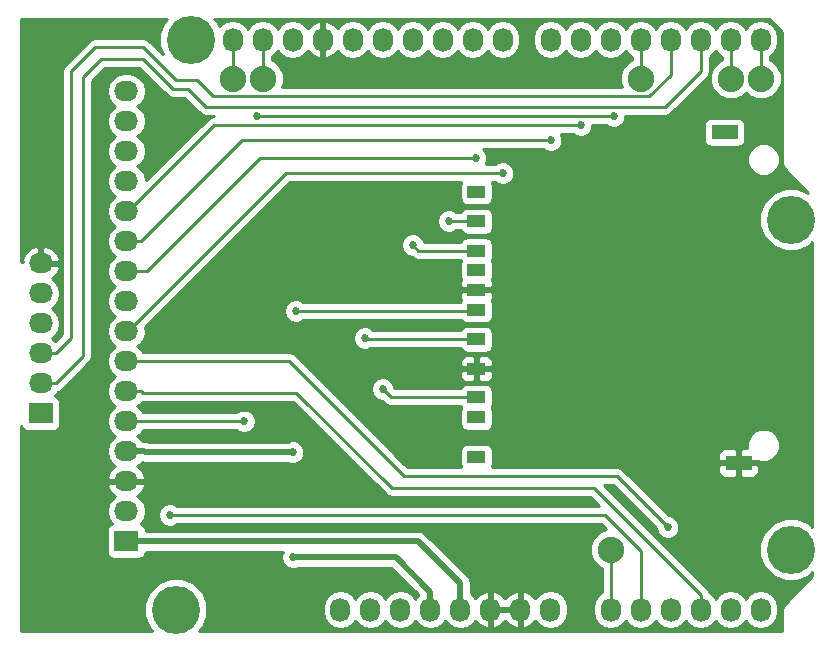
<source format=gtl>
G04 #@! TF.FileFunction,Copper,L1,Top,Signal*
%FSLAX46Y46*%
G04 Gerber Fmt 4.6, Leading zero omitted, Abs format (unit mm)*
G04 Created by KiCad (PCBNEW 4.0.1-3.201512221402+6198~38~ubuntu14.04.1-stable) date Tue 03 May 2016 12:22:43 PM PDT*
%MOMM*%
G01*
G04 APERTURE LIST*
%ADD10C,0.100000*%
%ADD11O,1.727200X2.032000*%
%ADD12C,1.727200*%
%ADD13C,4.064000*%
%ADD14R,1.500000X1.000000*%
%ADD15R,2.200000X1.200000*%
%ADD16R,2.032000X1.727200*%
%ADD17O,2.032000X1.727200*%
%ADD18C,2.235200*%
%ADD19C,0.685800*%
%ADD20C,0.508000*%
%ADD21C,0.254000*%
G04 APERTURE END LIST*
D10*
D11*
X138887200Y-123825000D03*
X141427200Y-123825000D03*
X143967200Y-123825000D03*
X146507200Y-123825000D03*
X149047200Y-123825000D03*
X151587200Y-123825000D03*
X154127200Y-123825000D03*
X156667200Y-123825000D03*
X161772600Y-123825000D03*
X164312600Y-123825000D03*
X166852600Y-123825000D03*
X174472600Y-123825000D03*
X171932600Y-123825000D03*
X169392600Y-123825000D03*
X171932600Y-75565000D03*
X174472600Y-75565000D03*
X161772600Y-75565000D03*
X164312600Y-75565000D03*
X159232600Y-75565000D03*
X156692600Y-75565000D03*
X166852600Y-75565000D03*
X169392600Y-75565000D03*
X139928600Y-75565000D03*
X142468600Y-75565000D03*
X145008600Y-75565000D03*
X152628600Y-75565000D03*
X150088600Y-75565000D03*
X147548600Y-75565000D03*
X134848600Y-75565000D03*
X137388600Y-75565000D03*
X129768600Y-75565000D03*
X132308600Y-75565000D03*
D12*
X126187200Y-75615800D03*
D13*
X124968000Y-123825000D03*
X177038000Y-118745000D03*
X126238000Y-75565000D03*
X177038000Y-90805000D03*
D14*
X150418800Y-90939600D03*
X150418800Y-93439600D03*
X150418800Y-96739600D03*
X150418800Y-98439600D03*
X150418800Y-100939600D03*
X150418800Y-103439600D03*
X150418800Y-105864600D03*
X150418800Y-107564600D03*
X150418800Y-88439600D03*
X150418800Y-95089600D03*
X150418800Y-110914600D03*
D15*
X171418800Y-83414600D03*
X172618800Y-111414600D03*
D16*
X120777000Y-118033800D03*
D17*
X120777000Y-115493800D03*
X120777000Y-112953800D03*
X120777000Y-110413800D03*
X120777000Y-107873800D03*
X120777000Y-105333800D03*
X120777000Y-102793800D03*
X120777000Y-100253800D03*
X120777000Y-97713800D03*
X120777000Y-95173800D03*
X120777000Y-92633800D03*
X120777000Y-90093800D03*
X120777000Y-87553800D03*
X120777000Y-85013800D03*
X120777000Y-82473800D03*
X120777000Y-79933800D03*
D16*
X113512600Y-107213400D03*
D17*
X113512600Y-104673400D03*
X113512600Y-102133400D03*
X113512600Y-99593400D03*
X113512600Y-97053400D03*
X113512600Y-94513400D03*
D18*
X174498000Y-78867000D03*
X161798000Y-118745000D03*
X171958000Y-78867000D03*
X132334000Y-78867000D03*
X164338000Y-78867000D03*
X129794000Y-78867000D03*
D19*
X134874000Y-119380000D03*
X134874000Y-110490000D03*
X135128000Y-98552000D03*
X148082000Y-90932000D03*
X145034000Y-92964000D03*
X140970000Y-100838000D03*
X142494000Y-105156000D03*
X162052000Y-82042000D03*
X131826000Y-82042000D03*
X130733800Y-107873800D03*
X166624000Y-116840000D03*
X152654000Y-86868000D03*
X124460000Y-115824000D03*
X150368000Y-85598000D03*
X156718000Y-84074000D03*
X159258000Y-82804000D03*
D20*
X146507200Y-123825000D02*
X146507200Y-122301000D01*
X146507200Y-122301000D02*
X143586200Y-119380000D01*
X143586200Y-119380000D02*
X143256000Y-119380000D01*
X146507200Y-123672600D02*
X146507200Y-123825000D01*
X134874000Y-119380000D02*
X143256000Y-119380000D01*
X122377200Y-110490000D02*
X134874000Y-110490000D01*
X120777000Y-110413800D02*
X122301000Y-110413800D01*
X122301000Y-110413800D02*
X122377200Y-110490000D01*
D21*
X135128000Y-98552000D02*
X150306400Y-98552000D01*
X150306400Y-98552000D02*
X150418800Y-98439600D01*
X132334000Y-78867000D02*
X132334000Y-75590400D01*
X132334000Y-75590400D02*
X132308600Y-75565000D01*
X129794000Y-78867000D02*
X129794000Y-75590400D01*
X129794000Y-75590400D02*
X129768600Y-75565000D01*
X149407200Y-90932000D02*
X148082000Y-90932000D01*
X150418800Y-90939600D02*
X149414800Y-90939600D01*
X149414800Y-90939600D02*
X149407200Y-90932000D01*
X145034000Y-92964000D02*
X145509600Y-93439600D01*
X145509600Y-93439600D02*
X150418800Y-93439600D01*
X141122400Y-100939600D02*
X141020800Y-100838000D01*
X141020800Y-100838000D02*
X140970000Y-100838000D01*
X150418800Y-100939600D02*
X141122400Y-100939600D01*
X143202600Y-105864600D02*
X142494000Y-105156000D01*
X150418800Y-105864600D02*
X143202600Y-105864600D01*
D20*
X120777000Y-118033800D02*
X145465800Y-118033800D01*
X145465800Y-118033800D02*
X149047200Y-121615200D01*
X149047200Y-121615200D02*
X149047200Y-123825000D01*
D21*
X131826000Y-82042000D02*
X162052000Y-82042000D01*
X120777000Y-107873800D02*
X130733800Y-107873800D01*
X169392600Y-123825000D02*
X169392600Y-122555000D01*
X169392600Y-122555000D02*
X160375600Y-113538000D01*
X160375600Y-113538000D02*
X143256000Y-113538000D01*
X143256000Y-113538000D02*
X135178810Y-105460810D01*
X122174010Y-105460810D02*
X122047000Y-105333800D01*
X135178810Y-105460810D02*
X122174010Y-105460810D01*
X122047000Y-105333800D02*
X120777000Y-105333800D01*
X162306000Y-112522000D02*
X166624000Y-116840000D01*
X161544000Y-112522000D02*
X162306000Y-112522000D01*
X144272000Y-112522000D02*
X161544000Y-112522000D01*
X143764000Y-112014000D02*
X144272000Y-112522000D01*
X134543800Y-102793800D02*
X143764000Y-112014000D01*
X120777000Y-102793800D02*
X134543800Y-102793800D01*
X134315200Y-86868000D02*
X152654000Y-86868000D01*
X120777000Y-100253800D02*
X120929400Y-100253800D01*
X120929400Y-100253800D02*
X134315200Y-86868000D01*
X164312600Y-123825000D02*
X164312600Y-119761000D01*
X164312600Y-119761000D02*
X164312600Y-119608600D01*
X124460000Y-115824000D02*
X161290000Y-115824000D01*
X161290000Y-115824000D02*
X164312600Y-118846600D01*
X164312600Y-118846600D02*
X164312600Y-119761000D01*
X132080000Y-85598000D02*
X150368000Y-85598000D01*
X122504200Y-95173800D02*
X132080000Y-85598000D01*
X120777000Y-95173800D02*
X122504200Y-95173800D01*
X130606800Y-84074000D02*
X156718000Y-84074000D01*
X120777000Y-92633800D02*
X122047000Y-92633800D01*
X122047000Y-92633800D02*
X130606800Y-84074000D01*
X128219200Y-82804000D02*
X159258000Y-82804000D01*
X120777000Y-90093800D02*
X120929400Y-90093800D01*
X120929400Y-90093800D02*
X128219200Y-82804000D01*
X113512600Y-104673400D02*
X114782600Y-104673400D01*
X114782600Y-104673400D02*
X117094000Y-102362000D01*
X124714000Y-79756000D02*
X125984000Y-79756000D01*
X117094000Y-102362000D02*
X117094000Y-78740000D01*
X125984000Y-79756000D02*
X127508000Y-81280000D01*
X117094000Y-78740000D02*
X118618000Y-77216000D01*
X166370000Y-81280000D02*
X169392600Y-78257400D01*
X118618000Y-77216000D02*
X122174000Y-77216000D01*
X122174000Y-77216000D02*
X124714000Y-79756000D01*
X169392600Y-78257400D02*
X169392600Y-75565000D01*
X127508000Y-81280000D02*
X166370000Y-81280000D01*
X113512600Y-102133400D02*
X114782600Y-102133400D01*
X122174000Y-76200000D02*
X124968000Y-78994000D01*
X114782600Y-102133400D02*
X116078000Y-100838000D01*
X116078000Y-78232000D02*
X118110000Y-76200000D01*
X116078000Y-100838000D02*
X116078000Y-78232000D01*
X118110000Y-76200000D02*
X122174000Y-76200000D01*
X124968000Y-78994000D02*
X126746000Y-78994000D01*
X126746000Y-78994000D02*
X128117601Y-80365601D01*
X128117601Y-80365601D02*
X165057329Y-80365601D01*
X166852600Y-78570330D02*
X166852600Y-76835000D01*
X165057329Y-80365601D02*
X166852600Y-78570330D01*
X166852600Y-76835000D02*
X166852600Y-75565000D01*
X161798000Y-121031000D02*
X161798000Y-123799600D01*
X161798000Y-121031000D02*
X161798000Y-118745000D01*
X161798000Y-120777000D02*
X161798000Y-121031000D01*
X161798000Y-123799600D02*
X161772600Y-123825000D01*
X171958000Y-78867000D02*
X171958000Y-75590400D01*
X171958000Y-75590400D02*
X171932600Y-75565000D01*
X174498000Y-78867000D02*
X174498000Y-75590400D01*
X174498000Y-75590400D02*
X174472600Y-75565000D01*
X164338000Y-78867000D02*
X164338000Y-75590400D01*
X164338000Y-75590400D02*
X164312600Y-75565000D01*
G36*
X176328000Y-74907606D02*
X176328000Y-85979000D01*
X176382046Y-86250705D01*
X176403000Y-86282065D01*
X176403000Y-86360000D01*
X176413006Y-86409410D01*
X176440197Y-86449803D01*
X178525110Y-88534716D01*
X177570827Y-88138464D01*
X176509828Y-88137538D01*
X175529239Y-88542709D01*
X174778345Y-89292293D01*
X174371464Y-90272173D01*
X174370538Y-91333172D01*
X174775709Y-92313761D01*
X175525293Y-93064655D01*
X176505173Y-93471536D01*
X177566172Y-93472462D01*
X178546761Y-93067291D01*
X178868000Y-92746612D01*
X178868000Y-116803193D01*
X178550707Y-116485345D01*
X177570827Y-116078464D01*
X176509828Y-116077538D01*
X175529239Y-116482709D01*
X174778345Y-117232293D01*
X174371464Y-118212173D01*
X174370538Y-119273172D01*
X174775709Y-120253761D01*
X175525293Y-121004655D01*
X176505173Y-121411536D01*
X177566172Y-121412462D01*
X178546761Y-121007291D01*
X178868000Y-120686612D01*
X178868000Y-120990909D01*
X176535954Y-123322954D01*
X176382046Y-123553295D01*
X176328000Y-123825000D01*
X176328000Y-125603000D01*
X126961898Y-125603000D01*
X127227655Y-125337707D01*
X127634536Y-124357827D01*
X127635462Y-123296828D01*
X127230291Y-122316239D01*
X126480707Y-121565345D01*
X125500827Y-121158464D01*
X124439828Y-121157538D01*
X123459239Y-121562709D01*
X122708345Y-122312293D01*
X122301464Y-123292173D01*
X122300538Y-124353172D01*
X122705709Y-125333761D01*
X122974479Y-125603000D01*
X111887000Y-125603000D01*
X111887000Y-115493800D01*
X119093655Y-115493800D01*
X119207729Y-116067289D01*
X119532585Y-116553470D01*
X119546913Y-116563043D01*
X119525683Y-116567038D01*
X119309559Y-116706110D01*
X119164569Y-116918310D01*
X119113560Y-117170200D01*
X119113560Y-118897400D01*
X119157838Y-119132717D01*
X119296910Y-119348841D01*
X119509110Y-119493831D01*
X119761000Y-119544840D01*
X121793000Y-119544840D01*
X122028317Y-119500562D01*
X122244441Y-119361490D01*
X122389431Y-119149290D01*
X122435296Y-118922800D01*
X134004991Y-118922800D01*
X133896270Y-119184630D01*
X133895931Y-119573663D01*
X134044493Y-119933212D01*
X134319341Y-120208540D01*
X134678630Y-120357730D01*
X135067663Y-120358069D01*
X135283227Y-120269000D01*
X143217964Y-120269000D01*
X145496697Y-122547733D01*
X145447530Y-122580585D01*
X145237200Y-122895366D01*
X145026870Y-122580585D01*
X144540689Y-122255729D01*
X143967200Y-122141655D01*
X143393711Y-122255729D01*
X142907530Y-122580585D01*
X142697200Y-122895366D01*
X142486870Y-122580585D01*
X142000689Y-122255729D01*
X141427200Y-122141655D01*
X140853711Y-122255729D01*
X140367530Y-122580585D01*
X140157200Y-122895366D01*
X139946870Y-122580585D01*
X139460689Y-122255729D01*
X138887200Y-122141655D01*
X138313711Y-122255729D01*
X137827530Y-122580585D01*
X137502674Y-123066766D01*
X137388600Y-123640255D01*
X137388600Y-124009745D01*
X137502674Y-124583234D01*
X137827530Y-125069415D01*
X138313711Y-125394271D01*
X138887200Y-125508345D01*
X139460689Y-125394271D01*
X139946870Y-125069415D01*
X140157200Y-124754634D01*
X140367530Y-125069415D01*
X140853711Y-125394271D01*
X141427200Y-125508345D01*
X142000689Y-125394271D01*
X142486870Y-125069415D01*
X142697200Y-124754634D01*
X142907530Y-125069415D01*
X143393711Y-125394271D01*
X143967200Y-125508345D01*
X144540689Y-125394271D01*
X145026870Y-125069415D01*
X145237200Y-124754634D01*
X145447530Y-125069415D01*
X145933711Y-125394271D01*
X146507200Y-125508345D01*
X147080689Y-125394271D01*
X147566870Y-125069415D01*
X147777200Y-124754634D01*
X147987530Y-125069415D01*
X148473711Y-125394271D01*
X149047200Y-125508345D01*
X149620689Y-125394271D01*
X150106870Y-125069415D01*
X150313661Y-124759931D01*
X150685164Y-125175732D01*
X151212409Y-125429709D01*
X151228174Y-125432358D01*
X151460200Y-125311217D01*
X151460200Y-123952000D01*
X151714200Y-123952000D01*
X151714200Y-125311217D01*
X151946226Y-125432358D01*
X151961991Y-125429709D01*
X152489236Y-125175732D01*
X152857200Y-124763892D01*
X153225164Y-125175732D01*
X153752409Y-125429709D01*
X153768174Y-125432358D01*
X154000200Y-125311217D01*
X154000200Y-123952000D01*
X151714200Y-123952000D01*
X151460200Y-123952000D01*
X151440200Y-123952000D01*
X151440200Y-123698000D01*
X151460200Y-123698000D01*
X151460200Y-122338783D01*
X151714200Y-122338783D01*
X151714200Y-123698000D01*
X154000200Y-123698000D01*
X154000200Y-122338783D01*
X154254200Y-122338783D01*
X154254200Y-123698000D01*
X154274200Y-123698000D01*
X154274200Y-123952000D01*
X154254200Y-123952000D01*
X154254200Y-125311217D01*
X154486226Y-125432358D01*
X154501991Y-125429709D01*
X155029236Y-125175732D01*
X155400739Y-124759931D01*
X155607530Y-125069415D01*
X156093711Y-125394271D01*
X156667200Y-125508345D01*
X157240689Y-125394271D01*
X157726870Y-125069415D01*
X158051726Y-124583234D01*
X158165800Y-124009745D01*
X158165800Y-123640255D01*
X158051726Y-123066766D01*
X157726870Y-122580585D01*
X157240689Y-122255729D01*
X156667200Y-122141655D01*
X156093711Y-122255729D01*
X155607530Y-122580585D01*
X155400739Y-122890069D01*
X155029236Y-122474268D01*
X154501991Y-122220291D01*
X154486226Y-122217642D01*
X154254200Y-122338783D01*
X154000200Y-122338783D01*
X153768174Y-122217642D01*
X153752409Y-122220291D01*
X153225164Y-122474268D01*
X152857200Y-122886108D01*
X152489236Y-122474268D01*
X151961991Y-122220291D01*
X151946226Y-122217642D01*
X151714200Y-122338783D01*
X151460200Y-122338783D01*
X151228174Y-122217642D01*
X151212409Y-122220291D01*
X150685164Y-122474268D01*
X150313661Y-122890069D01*
X150106870Y-122580585D01*
X149936200Y-122466547D01*
X149936200Y-121615200D01*
X149868529Y-121274994D01*
X149675818Y-120986582D01*
X146094418Y-117405182D01*
X145877265Y-117260085D01*
X145806006Y-117212471D01*
X145465800Y-117144800D01*
X122435661Y-117144800D01*
X122396162Y-116934883D01*
X122257090Y-116718759D01*
X122044890Y-116573769D01*
X122003561Y-116565400D01*
X122021415Y-116553470D01*
X122346271Y-116067289D01*
X122460345Y-115493800D01*
X122346271Y-114920311D01*
X122021415Y-114434130D01*
X121711931Y-114227339D01*
X122127732Y-113855836D01*
X122381709Y-113328591D01*
X122384358Y-113312826D01*
X122263217Y-113080800D01*
X120904000Y-113080800D01*
X120904000Y-113100800D01*
X120650000Y-113100800D01*
X120650000Y-113080800D01*
X119290783Y-113080800D01*
X119169642Y-113312826D01*
X119172291Y-113328591D01*
X119426268Y-113855836D01*
X119842069Y-114227339D01*
X119532585Y-114434130D01*
X119207729Y-114920311D01*
X119093655Y-115493800D01*
X111887000Y-115493800D01*
X111887000Y-108278102D01*
X111893438Y-108312317D01*
X112032510Y-108528441D01*
X112244710Y-108673431D01*
X112496600Y-108724440D01*
X114528600Y-108724440D01*
X114763917Y-108680162D01*
X114980041Y-108541090D01*
X115125031Y-108328890D01*
X115176040Y-108077000D01*
X115176040Y-106349800D01*
X115131762Y-106114483D01*
X114992690Y-105898359D01*
X114780490Y-105753369D01*
X114739161Y-105745000D01*
X114757015Y-105733070D01*
X114982477Y-105395642D01*
X115074205Y-105377396D01*
X115321415Y-105212215D01*
X117632815Y-102900816D01*
X117797996Y-102653605D01*
X117843467Y-102425005D01*
X117856000Y-102362000D01*
X117856000Y-79055630D01*
X118933631Y-77978000D01*
X121858370Y-77978000D01*
X124175184Y-80294815D01*
X124281123Y-80365601D01*
X124422395Y-80459996D01*
X124714000Y-80518000D01*
X125668370Y-80518000D01*
X126969184Y-81818815D01*
X127202173Y-81974493D01*
X127216395Y-81983996D01*
X127508000Y-82042000D01*
X128219200Y-82042000D01*
X127927595Y-82100004D01*
X127760823Y-82211438D01*
X127680385Y-82265185D01*
X122448968Y-87496602D01*
X122346271Y-86980311D01*
X122021415Y-86494130D01*
X121706634Y-86283800D01*
X122021415Y-86073470D01*
X122346271Y-85587289D01*
X122460345Y-85013800D01*
X122346271Y-84440311D01*
X122021415Y-83954130D01*
X121706634Y-83743800D01*
X122021415Y-83533470D01*
X122346271Y-83047289D01*
X122460345Y-82473800D01*
X122346271Y-81900311D01*
X122021415Y-81414130D01*
X121706634Y-81203800D01*
X122021415Y-80993470D01*
X122346271Y-80507289D01*
X122460345Y-79933800D01*
X122346271Y-79360311D01*
X122021415Y-78874130D01*
X121535234Y-78549274D01*
X120961745Y-78435200D01*
X120592255Y-78435200D01*
X120018766Y-78549274D01*
X119532585Y-78874130D01*
X119207729Y-79360311D01*
X119093655Y-79933800D01*
X119207729Y-80507289D01*
X119532585Y-80993470D01*
X119847366Y-81203800D01*
X119532585Y-81414130D01*
X119207729Y-81900311D01*
X119093655Y-82473800D01*
X119207729Y-83047289D01*
X119532585Y-83533470D01*
X119847366Y-83743800D01*
X119532585Y-83954130D01*
X119207729Y-84440311D01*
X119093655Y-85013800D01*
X119207729Y-85587289D01*
X119532585Y-86073470D01*
X119847366Y-86283800D01*
X119532585Y-86494130D01*
X119207729Y-86980311D01*
X119093655Y-87553800D01*
X119207729Y-88127289D01*
X119532585Y-88613470D01*
X119847366Y-88823800D01*
X119532585Y-89034130D01*
X119207729Y-89520311D01*
X119093655Y-90093800D01*
X119207729Y-90667289D01*
X119532585Y-91153470D01*
X119847366Y-91363800D01*
X119532585Y-91574130D01*
X119207729Y-92060311D01*
X119093655Y-92633800D01*
X119207729Y-93207289D01*
X119532585Y-93693470D01*
X119847366Y-93903800D01*
X119532585Y-94114130D01*
X119207729Y-94600311D01*
X119093655Y-95173800D01*
X119207729Y-95747289D01*
X119532585Y-96233470D01*
X119847366Y-96443800D01*
X119532585Y-96654130D01*
X119207729Y-97140311D01*
X119093655Y-97713800D01*
X119207729Y-98287289D01*
X119532585Y-98773470D01*
X119847366Y-98983800D01*
X119532585Y-99194130D01*
X119207729Y-99680311D01*
X119093655Y-100253800D01*
X119207729Y-100827289D01*
X119532585Y-101313470D01*
X119847366Y-101523800D01*
X119532585Y-101734130D01*
X119207729Y-102220311D01*
X119093655Y-102793800D01*
X119207729Y-103367289D01*
X119532585Y-103853470D01*
X119847366Y-104063800D01*
X119532585Y-104274130D01*
X119207729Y-104760311D01*
X119093655Y-105333800D01*
X119207729Y-105907289D01*
X119532585Y-106393470D01*
X119847366Y-106603800D01*
X119532585Y-106814130D01*
X119207729Y-107300311D01*
X119093655Y-107873800D01*
X119207729Y-108447289D01*
X119532585Y-108933470D01*
X119847366Y-109143800D01*
X119532585Y-109354130D01*
X119207729Y-109840311D01*
X119093655Y-110413800D01*
X119207729Y-110987289D01*
X119532585Y-111473470D01*
X119842069Y-111680261D01*
X119426268Y-112051764D01*
X119172291Y-112579009D01*
X119169642Y-112594774D01*
X119290783Y-112826800D01*
X120650000Y-112826800D01*
X120650000Y-112806800D01*
X120904000Y-112806800D01*
X120904000Y-112826800D01*
X122263217Y-112826800D01*
X122384358Y-112594774D01*
X122381709Y-112579009D01*
X122127732Y-112051764D01*
X121711931Y-111680261D01*
X122021415Y-111473470D01*
X122118872Y-111327615D01*
X122377200Y-111379000D01*
X134464945Y-111379000D01*
X134678630Y-111467730D01*
X135067663Y-111468069D01*
X135427212Y-111319507D01*
X135702540Y-111044659D01*
X135851730Y-110685370D01*
X135852069Y-110296337D01*
X135703507Y-109936788D01*
X135428659Y-109661460D01*
X135069370Y-109512270D01*
X134680337Y-109511931D01*
X134464773Y-109601000D01*
X122653971Y-109601000D01*
X122641206Y-109592471D01*
X122301000Y-109524800D01*
X122135453Y-109524800D01*
X122021415Y-109354130D01*
X121706634Y-109143800D01*
X122021415Y-108933470D01*
X122220312Y-108635800D01*
X130112717Y-108635800D01*
X130179141Y-108702340D01*
X130538430Y-108851530D01*
X130927463Y-108851869D01*
X131287012Y-108703307D01*
X131562340Y-108428459D01*
X131711530Y-108069170D01*
X131711869Y-107680137D01*
X131563307Y-107320588D01*
X131288459Y-107045260D01*
X130929170Y-106896070D01*
X130540137Y-106895731D01*
X130180588Y-107044293D01*
X130112963Y-107111800D01*
X122220312Y-107111800D01*
X122021415Y-106814130D01*
X121706634Y-106603800D01*
X122021415Y-106393470D01*
X122139971Y-106216039D01*
X122174010Y-106222810D01*
X134863180Y-106222810D01*
X142717185Y-114076816D01*
X142865377Y-114175834D01*
X142964395Y-114241996D01*
X143256000Y-114300000D01*
X160059970Y-114300000D01*
X160821970Y-115062000D01*
X125081083Y-115062000D01*
X125014659Y-114995460D01*
X124655370Y-114846270D01*
X124266337Y-114845931D01*
X123906788Y-114994493D01*
X123631460Y-115269341D01*
X123482270Y-115628630D01*
X123481931Y-116017663D01*
X123630493Y-116377212D01*
X123905341Y-116652540D01*
X124264630Y-116801730D01*
X124653663Y-116802069D01*
X125013212Y-116653507D01*
X125080837Y-116586000D01*
X160974370Y-116586000D01*
X161401065Y-117012695D01*
X160806529Y-117258352D01*
X160313085Y-117750936D01*
X160045705Y-118394857D01*
X160045097Y-119092084D01*
X160311352Y-119736471D01*
X160803936Y-120229915D01*
X161036000Y-120326277D01*
X161036000Y-122364716D01*
X160712930Y-122580585D01*
X160388074Y-123066766D01*
X160274000Y-123640255D01*
X160274000Y-124009745D01*
X160388074Y-124583234D01*
X160712930Y-125069415D01*
X161199111Y-125394271D01*
X161772600Y-125508345D01*
X162346089Y-125394271D01*
X162832270Y-125069415D01*
X163042600Y-124754634D01*
X163252930Y-125069415D01*
X163739111Y-125394271D01*
X164312600Y-125508345D01*
X164886089Y-125394271D01*
X165372270Y-125069415D01*
X165582600Y-124754634D01*
X165792930Y-125069415D01*
X166279111Y-125394271D01*
X166852600Y-125508345D01*
X167426089Y-125394271D01*
X167912270Y-125069415D01*
X168122600Y-124754634D01*
X168332930Y-125069415D01*
X168819111Y-125394271D01*
X169392600Y-125508345D01*
X169966089Y-125394271D01*
X170452270Y-125069415D01*
X170662600Y-124754634D01*
X170872930Y-125069415D01*
X171359111Y-125394271D01*
X171932600Y-125508345D01*
X172506089Y-125394271D01*
X172992270Y-125069415D01*
X173202600Y-124754634D01*
X173412930Y-125069415D01*
X173899111Y-125394271D01*
X174472600Y-125508345D01*
X175046089Y-125394271D01*
X175532270Y-125069415D01*
X175857126Y-124583234D01*
X175971200Y-124009745D01*
X175971200Y-123640255D01*
X175857126Y-123066766D01*
X175532270Y-122580585D01*
X175046089Y-122255729D01*
X174472600Y-122141655D01*
X173899111Y-122255729D01*
X173412930Y-122580585D01*
X173202600Y-122895366D01*
X172992270Y-122580585D01*
X172506089Y-122255729D01*
X171932600Y-122141655D01*
X171359111Y-122255729D01*
X170872930Y-122580585D01*
X170662600Y-122895366D01*
X170452270Y-122580585D01*
X170114842Y-122355123D01*
X170096596Y-122263395D01*
X170015252Y-122141655D01*
X169931416Y-122016185D01*
X161199230Y-113284000D01*
X161990370Y-113284000D01*
X165646013Y-116939643D01*
X165645931Y-117033663D01*
X165794493Y-117393212D01*
X166069341Y-117668540D01*
X166428630Y-117817730D01*
X166817663Y-117818069D01*
X167177212Y-117669507D01*
X167452540Y-117394659D01*
X167601730Y-117035370D01*
X167602069Y-116646337D01*
X167453507Y-116286788D01*
X167178659Y-116011460D01*
X166819370Y-115862270D01*
X166723817Y-115862187D01*
X162844815Y-111983185D01*
X162738878Y-111912400D01*
X162597605Y-111818004D01*
X162306000Y-111760000D01*
X151701338Y-111760000D01*
X151742095Y-111700350D01*
X170883800Y-111700350D01*
X170883800Y-112140909D01*
X170980473Y-112374298D01*
X171159101Y-112552927D01*
X171392490Y-112649600D01*
X172333050Y-112649600D01*
X172491800Y-112490850D01*
X172491800Y-111541600D01*
X172745800Y-111541600D01*
X172745800Y-112490850D01*
X172904550Y-112649600D01*
X173845110Y-112649600D01*
X174078499Y-112552927D01*
X174257127Y-112374298D01*
X174353800Y-112140909D01*
X174353800Y-111700350D01*
X174195050Y-111541600D01*
X172745800Y-111541600D01*
X172491800Y-111541600D01*
X171042550Y-111541600D01*
X170883800Y-111700350D01*
X151742095Y-111700350D01*
X151765231Y-111666490D01*
X151816240Y-111414600D01*
X151816240Y-110688291D01*
X170883800Y-110688291D01*
X170883800Y-111128850D01*
X171042550Y-111287600D01*
X172491800Y-111287600D01*
X172491800Y-110338350D01*
X172745800Y-110338350D01*
X172745800Y-111287600D01*
X174195050Y-111287600D01*
X174259226Y-111223424D01*
X174442098Y-111299359D01*
X174993085Y-111299840D01*
X175502315Y-111089431D01*
X175892261Y-110700164D01*
X176103559Y-110191302D01*
X176104040Y-109640315D01*
X175893631Y-109131085D01*
X175504364Y-108741139D01*
X174995502Y-108529841D01*
X174444515Y-108529360D01*
X173935285Y-108739769D01*
X173545339Y-109129036D01*
X173334041Y-109637898D01*
X173333568Y-110179600D01*
X172904550Y-110179600D01*
X172745800Y-110338350D01*
X172491800Y-110338350D01*
X172333050Y-110179600D01*
X171392490Y-110179600D01*
X171159101Y-110276273D01*
X170980473Y-110454902D01*
X170883800Y-110688291D01*
X151816240Y-110688291D01*
X151816240Y-110414600D01*
X151771962Y-110179283D01*
X151632890Y-109963159D01*
X151420690Y-109818169D01*
X151168800Y-109767160D01*
X149668800Y-109767160D01*
X149433483Y-109811438D01*
X149217359Y-109950510D01*
X149072369Y-110162710D01*
X149021360Y-110414600D01*
X149021360Y-111414600D01*
X149065638Y-111649917D01*
X149136474Y-111760000D01*
X144587631Y-111760000D01*
X144302815Y-111475185D01*
X138177293Y-105349663D01*
X141515931Y-105349663D01*
X141664493Y-105709212D01*
X141939341Y-105984540D01*
X142298630Y-106133730D01*
X142394183Y-106133813D01*
X142663785Y-106403416D01*
X142811977Y-106502434D01*
X142910995Y-106568596D01*
X143202600Y-106626600D01*
X149082808Y-106626600D01*
X149139420Y-106714578D01*
X149072369Y-106812710D01*
X149021360Y-107064600D01*
X149021360Y-108064600D01*
X149065638Y-108299917D01*
X149204710Y-108516041D01*
X149416910Y-108661031D01*
X149668800Y-108712040D01*
X151168800Y-108712040D01*
X151404117Y-108667762D01*
X151620241Y-108528690D01*
X151765231Y-108316490D01*
X151816240Y-108064600D01*
X151816240Y-107064600D01*
X151771962Y-106829283D01*
X151698180Y-106714622D01*
X151765231Y-106616490D01*
X151816240Y-106364600D01*
X151816240Y-105364600D01*
X151771962Y-105129283D01*
X151632890Y-104913159D01*
X151420690Y-104768169D01*
X151168800Y-104717160D01*
X149668800Y-104717160D01*
X149433483Y-104761438D01*
X149217359Y-104900510D01*
X149079277Y-105102600D01*
X143518231Y-105102600D01*
X143471987Y-105056356D01*
X143472069Y-104962337D01*
X143323507Y-104602788D01*
X143048659Y-104327460D01*
X142689370Y-104178270D01*
X142300337Y-104177931D01*
X141940788Y-104326493D01*
X141665460Y-104601341D01*
X141516270Y-104960630D01*
X141515931Y-105349663D01*
X138177293Y-105349663D01*
X136552980Y-103725350D01*
X149033800Y-103725350D01*
X149033800Y-104065909D01*
X149130473Y-104299298D01*
X149309101Y-104477927D01*
X149542490Y-104574600D01*
X150133050Y-104574600D01*
X150291800Y-104415850D01*
X150291800Y-103566600D01*
X150545800Y-103566600D01*
X150545800Y-104415850D01*
X150704550Y-104574600D01*
X151295110Y-104574600D01*
X151528499Y-104477927D01*
X151707127Y-104299298D01*
X151803800Y-104065909D01*
X151803800Y-103725350D01*
X151645050Y-103566600D01*
X150545800Y-103566600D01*
X150291800Y-103566600D01*
X149192550Y-103566600D01*
X149033800Y-103725350D01*
X136552980Y-103725350D01*
X135640921Y-102813291D01*
X149033800Y-102813291D01*
X149033800Y-103153850D01*
X149192550Y-103312600D01*
X150291800Y-103312600D01*
X150291800Y-102463350D01*
X150545800Y-102463350D01*
X150545800Y-103312600D01*
X151645050Y-103312600D01*
X151803800Y-103153850D01*
X151803800Y-102813291D01*
X151707127Y-102579902D01*
X151528499Y-102401273D01*
X151295110Y-102304600D01*
X150704550Y-102304600D01*
X150545800Y-102463350D01*
X150291800Y-102463350D01*
X150133050Y-102304600D01*
X149542490Y-102304600D01*
X149309101Y-102401273D01*
X149130473Y-102579902D01*
X149033800Y-102813291D01*
X135640921Y-102813291D01*
X135082615Y-102254985D01*
X135030722Y-102220311D01*
X134835405Y-102089804D01*
X134543800Y-102031800D01*
X122220312Y-102031800D01*
X122021415Y-101734130D01*
X121706634Y-101523800D01*
X122021415Y-101313470D01*
X122209712Y-101031663D01*
X139991931Y-101031663D01*
X140140493Y-101391212D01*
X140415341Y-101666540D01*
X140774630Y-101815730D01*
X141163663Y-101816069D01*
X141440700Y-101701600D01*
X149082808Y-101701600D01*
X149204710Y-101891041D01*
X149416910Y-102036031D01*
X149668800Y-102087040D01*
X151168800Y-102087040D01*
X151404117Y-102042762D01*
X151620241Y-101903690D01*
X151765231Y-101691490D01*
X151816240Y-101439600D01*
X151816240Y-100439600D01*
X151771962Y-100204283D01*
X151632890Y-99988159D01*
X151420690Y-99843169D01*
X151168800Y-99792160D01*
X149668800Y-99792160D01*
X149433483Y-99836438D01*
X149217359Y-99975510D01*
X149079277Y-100177600D01*
X141692506Y-100177600D01*
X141524659Y-100009460D01*
X141165370Y-99860270D01*
X140776337Y-99859931D01*
X140416788Y-100008493D01*
X140141460Y-100283341D01*
X139992270Y-100642630D01*
X139991931Y-101031663D01*
X122209712Y-101031663D01*
X122346271Y-100827289D01*
X122460345Y-100253800D01*
X122385135Y-99875695D01*
X123515167Y-98745663D01*
X134149931Y-98745663D01*
X134298493Y-99105212D01*
X134573341Y-99380540D01*
X134932630Y-99529730D01*
X135321663Y-99530069D01*
X135681212Y-99381507D01*
X135748837Y-99314000D01*
X149155135Y-99314000D01*
X149204710Y-99391041D01*
X149416910Y-99536031D01*
X149668800Y-99587040D01*
X151168800Y-99587040D01*
X151404117Y-99542762D01*
X151620241Y-99403690D01*
X151765231Y-99191490D01*
X151816240Y-98939600D01*
X151816240Y-97939600D01*
X151771962Y-97704283D01*
X151705471Y-97600954D01*
X151707127Y-97599298D01*
X151803800Y-97365909D01*
X151803800Y-97025350D01*
X151645050Y-96866600D01*
X150545800Y-96866600D01*
X150545800Y-96886600D01*
X150291800Y-96886600D01*
X150291800Y-96866600D01*
X149192550Y-96866600D01*
X149033800Y-97025350D01*
X149033800Y-97365909D01*
X149130473Y-97599298D01*
X149131843Y-97600668D01*
X149072369Y-97687710D01*
X149051655Y-97790000D01*
X135749083Y-97790000D01*
X135682659Y-97723460D01*
X135323370Y-97574270D01*
X134934337Y-97573931D01*
X134574788Y-97722493D01*
X134299460Y-97997341D01*
X134150270Y-98356630D01*
X134149931Y-98745663D01*
X123515167Y-98745663D01*
X129103167Y-93157663D01*
X144055931Y-93157663D01*
X144204493Y-93517212D01*
X144479341Y-93792540D01*
X144838630Y-93941730D01*
X144934183Y-93941813D01*
X144970785Y-93978415D01*
X145217995Y-94143596D01*
X145509600Y-94201600D01*
X149082808Y-94201600D01*
X149122851Y-94263828D01*
X149072369Y-94337710D01*
X149021360Y-94589600D01*
X149021360Y-95589600D01*
X149065638Y-95824917D01*
X149118939Y-95907748D01*
X149033800Y-96113291D01*
X149033800Y-96453850D01*
X149192550Y-96612600D01*
X150291800Y-96612600D01*
X150291800Y-96592600D01*
X150545800Y-96592600D01*
X150545800Y-96612600D01*
X151645050Y-96612600D01*
X151803800Y-96453850D01*
X151803800Y-96113291D01*
X151719151Y-95908930D01*
X151765231Y-95841490D01*
X151816240Y-95589600D01*
X151816240Y-94589600D01*
X151771962Y-94354283D01*
X151714749Y-94265372D01*
X151765231Y-94191490D01*
X151816240Y-93939600D01*
X151816240Y-92939600D01*
X151771962Y-92704283D01*
X151632890Y-92488159D01*
X151420690Y-92343169D01*
X151168800Y-92292160D01*
X149668800Y-92292160D01*
X149433483Y-92336438D01*
X149217359Y-92475510D01*
X149079277Y-92677600D01*
X145973751Y-92677600D01*
X145863507Y-92410788D01*
X145588659Y-92135460D01*
X145229370Y-91986270D01*
X144840337Y-91985931D01*
X144480788Y-92134493D01*
X144205460Y-92409341D01*
X144056270Y-92768630D01*
X144055931Y-93157663D01*
X129103167Y-93157663D01*
X131135167Y-91125663D01*
X147103931Y-91125663D01*
X147252493Y-91485212D01*
X147527341Y-91760540D01*
X147886630Y-91909730D01*
X148275663Y-91910069D01*
X148635212Y-91761507D01*
X148702837Y-91694000D01*
X149077918Y-91694000D01*
X149204710Y-91891041D01*
X149416910Y-92036031D01*
X149668800Y-92087040D01*
X151168800Y-92087040D01*
X151404117Y-92042762D01*
X151620241Y-91903690D01*
X151765231Y-91691490D01*
X151816240Y-91439600D01*
X151816240Y-90439600D01*
X151771962Y-90204283D01*
X151632890Y-89988159D01*
X151420690Y-89843169D01*
X151168800Y-89792160D01*
X149668800Y-89792160D01*
X149433483Y-89836438D01*
X149217359Y-89975510D01*
X149084470Y-90170000D01*
X148703083Y-90170000D01*
X148636659Y-90103460D01*
X148277370Y-89954270D01*
X147888337Y-89953931D01*
X147528788Y-90102493D01*
X147253460Y-90377341D01*
X147104270Y-90736630D01*
X147103931Y-91125663D01*
X131135167Y-91125663D01*
X134630830Y-87630000D01*
X149111801Y-87630000D01*
X149072369Y-87687710D01*
X149021360Y-87939600D01*
X149021360Y-88939600D01*
X149065638Y-89174917D01*
X149204710Y-89391041D01*
X149416910Y-89536031D01*
X149668800Y-89587040D01*
X151168800Y-89587040D01*
X151404117Y-89542762D01*
X151620241Y-89403690D01*
X151765231Y-89191490D01*
X151816240Y-88939600D01*
X151816240Y-87939600D01*
X151771962Y-87704283D01*
X151724162Y-87630000D01*
X152032917Y-87630000D01*
X152099341Y-87696540D01*
X152458630Y-87845730D01*
X152847663Y-87846069D01*
X153207212Y-87697507D01*
X153482540Y-87422659D01*
X153631730Y-87063370D01*
X153632069Y-86674337D01*
X153483507Y-86314788D01*
X153208659Y-86039460D01*
X153086862Y-85988885D01*
X173333560Y-85988885D01*
X173543969Y-86498115D01*
X173933236Y-86888061D01*
X174442098Y-87099359D01*
X174993085Y-87099840D01*
X175502315Y-86889431D01*
X175892261Y-86500164D01*
X176103559Y-85991302D01*
X176104040Y-85440315D01*
X175893631Y-84931085D01*
X175504364Y-84541139D01*
X174995502Y-84329841D01*
X174444515Y-84329360D01*
X173935285Y-84539769D01*
X173545339Y-84929036D01*
X173334041Y-85437898D01*
X173333560Y-85988885D01*
X153086862Y-85988885D01*
X152849370Y-85890270D01*
X152460337Y-85889931D01*
X152100788Y-86038493D01*
X152033163Y-86106000D01*
X151215915Y-86106000D01*
X151345730Y-85793370D01*
X151346069Y-85404337D01*
X151197507Y-85044788D01*
X150989083Y-84836000D01*
X156096917Y-84836000D01*
X156163341Y-84902540D01*
X156522630Y-85051730D01*
X156911663Y-85052069D01*
X157271212Y-84903507D01*
X157546540Y-84628659D01*
X157695730Y-84269370D01*
X157696069Y-83880337D01*
X157566188Y-83566000D01*
X158636917Y-83566000D01*
X158703341Y-83632540D01*
X159062630Y-83781730D01*
X159451663Y-83782069D01*
X159811212Y-83633507D01*
X160086540Y-83358659D01*
X160235730Y-82999370D01*
X160235900Y-82804000D01*
X161430917Y-82804000D01*
X161497341Y-82870540D01*
X161856630Y-83019730D01*
X162245663Y-83020069D01*
X162605212Y-82871507D01*
X162662218Y-82814600D01*
X169671360Y-82814600D01*
X169671360Y-84014600D01*
X169715638Y-84249917D01*
X169854710Y-84466041D01*
X170066910Y-84611031D01*
X170318800Y-84662040D01*
X172518800Y-84662040D01*
X172754117Y-84617762D01*
X172970241Y-84478690D01*
X173115231Y-84266490D01*
X173166240Y-84014600D01*
X173166240Y-82814600D01*
X173121962Y-82579283D01*
X172982890Y-82363159D01*
X172770690Y-82218169D01*
X172518800Y-82167160D01*
X170318800Y-82167160D01*
X170083483Y-82211438D01*
X169867359Y-82350510D01*
X169722369Y-82562710D01*
X169671360Y-82814600D01*
X162662218Y-82814600D01*
X162880540Y-82596659D01*
X163029730Y-82237370D01*
X163029900Y-82042000D01*
X166370000Y-82042000D01*
X166661605Y-81983996D01*
X166908815Y-81818815D01*
X169931415Y-78796215D01*
X169994103Y-78702396D01*
X170096596Y-78549005D01*
X170154600Y-78257400D01*
X170154600Y-77008312D01*
X170452270Y-76809415D01*
X170662600Y-76494634D01*
X170872930Y-76809415D01*
X171196000Y-77025284D01*
X171196000Y-77285537D01*
X170966529Y-77380352D01*
X170473085Y-77872936D01*
X170205705Y-78516857D01*
X170205097Y-79214084D01*
X170471352Y-79858471D01*
X170963936Y-80351915D01*
X171607857Y-80619295D01*
X172305084Y-80619903D01*
X172949471Y-80353648D01*
X173228054Y-80075551D01*
X173503936Y-80351915D01*
X174147857Y-80619295D01*
X174845084Y-80619903D01*
X175489471Y-80353648D01*
X175982915Y-79861064D01*
X176250295Y-79217143D01*
X176250903Y-78519916D01*
X175984648Y-77875529D01*
X175492064Y-77382085D01*
X175260000Y-77285723D01*
X175260000Y-76991340D01*
X175532270Y-76809415D01*
X175857126Y-76323234D01*
X175971200Y-75749745D01*
X175971200Y-75380255D01*
X175857126Y-74806766D01*
X175532270Y-74320585D01*
X175046089Y-73995729D01*
X174472600Y-73881655D01*
X173899111Y-73995729D01*
X173412930Y-74320585D01*
X173202600Y-74635366D01*
X172992270Y-74320585D01*
X172506089Y-73995729D01*
X171932600Y-73881655D01*
X171359111Y-73995729D01*
X170872930Y-74320585D01*
X170662600Y-74635366D01*
X170452270Y-74320585D01*
X169966089Y-73995729D01*
X169392600Y-73881655D01*
X168819111Y-73995729D01*
X168332930Y-74320585D01*
X168122600Y-74635366D01*
X167912270Y-74320585D01*
X167426089Y-73995729D01*
X166852600Y-73881655D01*
X166279111Y-73995729D01*
X165792930Y-74320585D01*
X165582600Y-74635366D01*
X165372270Y-74320585D01*
X164886089Y-73995729D01*
X164312600Y-73881655D01*
X163739111Y-73995729D01*
X163252930Y-74320585D01*
X163042600Y-74635366D01*
X162832270Y-74320585D01*
X162346089Y-73995729D01*
X161772600Y-73881655D01*
X161199111Y-73995729D01*
X160712930Y-74320585D01*
X160502600Y-74635366D01*
X160292270Y-74320585D01*
X159806089Y-73995729D01*
X159232600Y-73881655D01*
X158659111Y-73995729D01*
X158172930Y-74320585D01*
X157962600Y-74635366D01*
X157752270Y-74320585D01*
X157266089Y-73995729D01*
X156692600Y-73881655D01*
X156119111Y-73995729D01*
X155632930Y-74320585D01*
X155308074Y-74806766D01*
X155194000Y-75380255D01*
X155194000Y-75749745D01*
X155308074Y-76323234D01*
X155632930Y-76809415D01*
X156119111Y-77134271D01*
X156692600Y-77248345D01*
X157266089Y-77134271D01*
X157752270Y-76809415D01*
X157962600Y-76494634D01*
X158172930Y-76809415D01*
X158659111Y-77134271D01*
X159232600Y-77248345D01*
X159806089Y-77134271D01*
X160292270Y-76809415D01*
X160502600Y-76494634D01*
X160712930Y-76809415D01*
X161199111Y-77134271D01*
X161772600Y-77248345D01*
X162346089Y-77134271D01*
X162832270Y-76809415D01*
X163042600Y-76494634D01*
X163252930Y-76809415D01*
X163576000Y-77025284D01*
X163576000Y-77285537D01*
X163346529Y-77380352D01*
X162853085Y-77872936D01*
X162585705Y-78516857D01*
X162585097Y-79214084D01*
X162746042Y-79603601D01*
X133925823Y-79603601D01*
X134086295Y-79217143D01*
X134086903Y-78519916D01*
X133820648Y-77875529D01*
X133328064Y-77382085D01*
X133096000Y-77285723D01*
X133096000Y-76991340D01*
X133368270Y-76809415D01*
X133578600Y-76494634D01*
X133788930Y-76809415D01*
X134275111Y-77134271D01*
X134848600Y-77248345D01*
X135422089Y-77134271D01*
X135908270Y-76809415D01*
X136115061Y-76499931D01*
X136486564Y-76915732D01*
X137013809Y-77169709D01*
X137029574Y-77172358D01*
X137261600Y-77051217D01*
X137261600Y-75692000D01*
X137241600Y-75692000D01*
X137241600Y-75438000D01*
X137261600Y-75438000D01*
X137261600Y-74078783D01*
X137515600Y-74078783D01*
X137515600Y-75438000D01*
X137535600Y-75438000D01*
X137535600Y-75692000D01*
X137515600Y-75692000D01*
X137515600Y-77051217D01*
X137747626Y-77172358D01*
X137763391Y-77169709D01*
X138290636Y-76915732D01*
X138662139Y-76499931D01*
X138868930Y-76809415D01*
X139355111Y-77134271D01*
X139928600Y-77248345D01*
X140502089Y-77134271D01*
X140988270Y-76809415D01*
X141198600Y-76494634D01*
X141408930Y-76809415D01*
X141895111Y-77134271D01*
X142468600Y-77248345D01*
X143042089Y-77134271D01*
X143528270Y-76809415D01*
X143738600Y-76494634D01*
X143948930Y-76809415D01*
X144435111Y-77134271D01*
X145008600Y-77248345D01*
X145582089Y-77134271D01*
X146068270Y-76809415D01*
X146278600Y-76494634D01*
X146488930Y-76809415D01*
X146975111Y-77134271D01*
X147548600Y-77248345D01*
X148122089Y-77134271D01*
X148608270Y-76809415D01*
X148818600Y-76494634D01*
X149028930Y-76809415D01*
X149515111Y-77134271D01*
X150088600Y-77248345D01*
X150662089Y-77134271D01*
X151148270Y-76809415D01*
X151358600Y-76494634D01*
X151568930Y-76809415D01*
X152055111Y-77134271D01*
X152628600Y-77248345D01*
X153202089Y-77134271D01*
X153688270Y-76809415D01*
X154013126Y-76323234D01*
X154127200Y-75749745D01*
X154127200Y-75380255D01*
X154013126Y-74806766D01*
X153688270Y-74320585D01*
X153202089Y-73995729D01*
X152628600Y-73881655D01*
X152055111Y-73995729D01*
X151568930Y-74320585D01*
X151358600Y-74635366D01*
X151148270Y-74320585D01*
X150662089Y-73995729D01*
X150088600Y-73881655D01*
X149515111Y-73995729D01*
X149028930Y-74320585D01*
X148818600Y-74635366D01*
X148608270Y-74320585D01*
X148122089Y-73995729D01*
X147548600Y-73881655D01*
X146975111Y-73995729D01*
X146488930Y-74320585D01*
X146278600Y-74635366D01*
X146068270Y-74320585D01*
X145582089Y-73995729D01*
X145008600Y-73881655D01*
X144435111Y-73995729D01*
X143948930Y-74320585D01*
X143738600Y-74635366D01*
X143528270Y-74320585D01*
X143042089Y-73995729D01*
X142468600Y-73881655D01*
X141895111Y-73995729D01*
X141408930Y-74320585D01*
X141198600Y-74635366D01*
X140988270Y-74320585D01*
X140502089Y-73995729D01*
X139928600Y-73881655D01*
X139355111Y-73995729D01*
X138868930Y-74320585D01*
X138662139Y-74630069D01*
X138290636Y-74214268D01*
X137763391Y-73960291D01*
X137747626Y-73957642D01*
X137515600Y-74078783D01*
X137261600Y-74078783D01*
X137029574Y-73957642D01*
X137013809Y-73960291D01*
X136486564Y-74214268D01*
X136115061Y-74630069D01*
X135908270Y-74320585D01*
X135422089Y-73995729D01*
X134848600Y-73881655D01*
X134275111Y-73995729D01*
X133788930Y-74320585D01*
X133578600Y-74635366D01*
X133368270Y-74320585D01*
X132882089Y-73995729D01*
X132308600Y-73881655D01*
X131735111Y-73995729D01*
X131248930Y-74320585D01*
X131038600Y-74635366D01*
X130828270Y-74320585D01*
X130342089Y-73995729D01*
X129768600Y-73881655D01*
X129195111Y-73995729D01*
X128708930Y-74320585D01*
X128647502Y-74412518D01*
X128500291Y-74056239D01*
X128231521Y-73787000D01*
X175207394Y-73787000D01*
X176328000Y-74907606D01*
X176328000Y-74907606D01*
G37*
X176328000Y-74907606D02*
X176328000Y-85979000D01*
X176382046Y-86250705D01*
X176403000Y-86282065D01*
X176403000Y-86360000D01*
X176413006Y-86409410D01*
X176440197Y-86449803D01*
X178525110Y-88534716D01*
X177570827Y-88138464D01*
X176509828Y-88137538D01*
X175529239Y-88542709D01*
X174778345Y-89292293D01*
X174371464Y-90272173D01*
X174370538Y-91333172D01*
X174775709Y-92313761D01*
X175525293Y-93064655D01*
X176505173Y-93471536D01*
X177566172Y-93472462D01*
X178546761Y-93067291D01*
X178868000Y-92746612D01*
X178868000Y-116803193D01*
X178550707Y-116485345D01*
X177570827Y-116078464D01*
X176509828Y-116077538D01*
X175529239Y-116482709D01*
X174778345Y-117232293D01*
X174371464Y-118212173D01*
X174370538Y-119273172D01*
X174775709Y-120253761D01*
X175525293Y-121004655D01*
X176505173Y-121411536D01*
X177566172Y-121412462D01*
X178546761Y-121007291D01*
X178868000Y-120686612D01*
X178868000Y-120990909D01*
X176535954Y-123322954D01*
X176382046Y-123553295D01*
X176328000Y-123825000D01*
X176328000Y-125603000D01*
X126961898Y-125603000D01*
X127227655Y-125337707D01*
X127634536Y-124357827D01*
X127635462Y-123296828D01*
X127230291Y-122316239D01*
X126480707Y-121565345D01*
X125500827Y-121158464D01*
X124439828Y-121157538D01*
X123459239Y-121562709D01*
X122708345Y-122312293D01*
X122301464Y-123292173D01*
X122300538Y-124353172D01*
X122705709Y-125333761D01*
X122974479Y-125603000D01*
X111887000Y-125603000D01*
X111887000Y-115493800D01*
X119093655Y-115493800D01*
X119207729Y-116067289D01*
X119532585Y-116553470D01*
X119546913Y-116563043D01*
X119525683Y-116567038D01*
X119309559Y-116706110D01*
X119164569Y-116918310D01*
X119113560Y-117170200D01*
X119113560Y-118897400D01*
X119157838Y-119132717D01*
X119296910Y-119348841D01*
X119509110Y-119493831D01*
X119761000Y-119544840D01*
X121793000Y-119544840D01*
X122028317Y-119500562D01*
X122244441Y-119361490D01*
X122389431Y-119149290D01*
X122435296Y-118922800D01*
X134004991Y-118922800D01*
X133896270Y-119184630D01*
X133895931Y-119573663D01*
X134044493Y-119933212D01*
X134319341Y-120208540D01*
X134678630Y-120357730D01*
X135067663Y-120358069D01*
X135283227Y-120269000D01*
X143217964Y-120269000D01*
X145496697Y-122547733D01*
X145447530Y-122580585D01*
X145237200Y-122895366D01*
X145026870Y-122580585D01*
X144540689Y-122255729D01*
X143967200Y-122141655D01*
X143393711Y-122255729D01*
X142907530Y-122580585D01*
X142697200Y-122895366D01*
X142486870Y-122580585D01*
X142000689Y-122255729D01*
X141427200Y-122141655D01*
X140853711Y-122255729D01*
X140367530Y-122580585D01*
X140157200Y-122895366D01*
X139946870Y-122580585D01*
X139460689Y-122255729D01*
X138887200Y-122141655D01*
X138313711Y-122255729D01*
X137827530Y-122580585D01*
X137502674Y-123066766D01*
X137388600Y-123640255D01*
X137388600Y-124009745D01*
X137502674Y-124583234D01*
X137827530Y-125069415D01*
X138313711Y-125394271D01*
X138887200Y-125508345D01*
X139460689Y-125394271D01*
X139946870Y-125069415D01*
X140157200Y-124754634D01*
X140367530Y-125069415D01*
X140853711Y-125394271D01*
X141427200Y-125508345D01*
X142000689Y-125394271D01*
X142486870Y-125069415D01*
X142697200Y-124754634D01*
X142907530Y-125069415D01*
X143393711Y-125394271D01*
X143967200Y-125508345D01*
X144540689Y-125394271D01*
X145026870Y-125069415D01*
X145237200Y-124754634D01*
X145447530Y-125069415D01*
X145933711Y-125394271D01*
X146507200Y-125508345D01*
X147080689Y-125394271D01*
X147566870Y-125069415D01*
X147777200Y-124754634D01*
X147987530Y-125069415D01*
X148473711Y-125394271D01*
X149047200Y-125508345D01*
X149620689Y-125394271D01*
X150106870Y-125069415D01*
X150313661Y-124759931D01*
X150685164Y-125175732D01*
X151212409Y-125429709D01*
X151228174Y-125432358D01*
X151460200Y-125311217D01*
X151460200Y-123952000D01*
X151714200Y-123952000D01*
X151714200Y-125311217D01*
X151946226Y-125432358D01*
X151961991Y-125429709D01*
X152489236Y-125175732D01*
X152857200Y-124763892D01*
X153225164Y-125175732D01*
X153752409Y-125429709D01*
X153768174Y-125432358D01*
X154000200Y-125311217D01*
X154000200Y-123952000D01*
X151714200Y-123952000D01*
X151460200Y-123952000D01*
X151440200Y-123952000D01*
X151440200Y-123698000D01*
X151460200Y-123698000D01*
X151460200Y-122338783D01*
X151714200Y-122338783D01*
X151714200Y-123698000D01*
X154000200Y-123698000D01*
X154000200Y-122338783D01*
X154254200Y-122338783D01*
X154254200Y-123698000D01*
X154274200Y-123698000D01*
X154274200Y-123952000D01*
X154254200Y-123952000D01*
X154254200Y-125311217D01*
X154486226Y-125432358D01*
X154501991Y-125429709D01*
X155029236Y-125175732D01*
X155400739Y-124759931D01*
X155607530Y-125069415D01*
X156093711Y-125394271D01*
X156667200Y-125508345D01*
X157240689Y-125394271D01*
X157726870Y-125069415D01*
X158051726Y-124583234D01*
X158165800Y-124009745D01*
X158165800Y-123640255D01*
X158051726Y-123066766D01*
X157726870Y-122580585D01*
X157240689Y-122255729D01*
X156667200Y-122141655D01*
X156093711Y-122255729D01*
X155607530Y-122580585D01*
X155400739Y-122890069D01*
X155029236Y-122474268D01*
X154501991Y-122220291D01*
X154486226Y-122217642D01*
X154254200Y-122338783D01*
X154000200Y-122338783D01*
X153768174Y-122217642D01*
X153752409Y-122220291D01*
X153225164Y-122474268D01*
X152857200Y-122886108D01*
X152489236Y-122474268D01*
X151961991Y-122220291D01*
X151946226Y-122217642D01*
X151714200Y-122338783D01*
X151460200Y-122338783D01*
X151228174Y-122217642D01*
X151212409Y-122220291D01*
X150685164Y-122474268D01*
X150313661Y-122890069D01*
X150106870Y-122580585D01*
X149936200Y-122466547D01*
X149936200Y-121615200D01*
X149868529Y-121274994D01*
X149675818Y-120986582D01*
X146094418Y-117405182D01*
X145877265Y-117260085D01*
X145806006Y-117212471D01*
X145465800Y-117144800D01*
X122435661Y-117144800D01*
X122396162Y-116934883D01*
X122257090Y-116718759D01*
X122044890Y-116573769D01*
X122003561Y-116565400D01*
X122021415Y-116553470D01*
X122346271Y-116067289D01*
X122460345Y-115493800D01*
X122346271Y-114920311D01*
X122021415Y-114434130D01*
X121711931Y-114227339D01*
X122127732Y-113855836D01*
X122381709Y-113328591D01*
X122384358Y-113312826D01*
X122263217Y-113080800D01*
X120904000Y-113080800D01*
X120904000Y-113100800D01*
X120650000Y-113100800D01*
X120650000Y-113080800D01*
X119290783Y-113080800D01*
X119169642Y-113312826D01*
X119172291Y-113328591D01*
X119426268Y-113855836D01*
X119842069Y-114227339D01*
X119532585Y-114434130D01*
X119207729Y-114920311D01*
X119093655Y-115493800D01*
X111887000Y-115493800D01*
X111887000Y-108278102D01*
X111893438Y-108312317D01*
X112032510Y-108528441D01*
X112244710Y-108673431D01*
X112496600Y-108724440D01*
X114528600Y-108724440D01*
X114763917Y-108680162D01*
X114980041Y-108541090D01*
X115125031Y-108328890D01*
X115176040Y-108077000D01*
X115176040Y-106349800D01*
X115131762Y-106114483D01*
X114992690Y-105898359D01*
X114780490Y-105753369D01*
X114739161Y-105745000D01*
X114757015Y-105733070D01*
X114982477Y-105395642D01*
X115074205Y-105377396D01*
X115321415Y-105212215D01*
X117632815Y-102900816D01*
X117797996Y-102653605D01*
X117843467Y-102425005D01*
X117856000Y-102362000D01*
X117856000Y-79055630D01*
X118933631Y-77978000D01*
X121858370Y-77978000D01*
X124175184Y-80294815D01*
X124281123Y-80365601D01*
X124422395Y-80459996D01*
X124714000Y-80518000D01*
X125668370Y-80518000D01*
X126969184Y-81818815D01*
X127202173Y-81974493D01*
X127216395Y-81983996D01*
X127508000Y-82042000D01*
X128219200Y-82042000D01*
X127927595Y-82100004D01*
X127760823Y-82211438D01*
X127680385Y-82265185D01*
X122448968Y-87496602D01*
X122346271Y-86980311D01*
X122021415Y-86494130D01*
X121706634Y-86283800D01*
X122021415Y-86073470D01*
X122346271Y-85587289D01*
X122460345Y-85013800D01*
X122346271Y-84440311D01*
X122021415Y-83954130D01*
X121706634Y-83743800D01*
X122021415Y-83533470D01*
X122346271Y-83047289D01*
X122460345Y-82473800D01*
X122346271Y-81900311D01*
X122021415Y-81414130D01*
X121706634Y-81203800D01*
X122021415Y-80993470D01*
X122346271Y-80507289D01*
X122460345Y-79933800D01*
X122346271Y-79360311D01*
X122021415Y-78874130D01*
X121535234Y-78549274D01*
X120961745Y-78435200D01*
X120592255Y-78435200D01*
X120018766Y-78549274D01*
X119532585Y-78874130D01*
X119207729Y-79360311D01*
X119093655Y-79933800D01*
X119207729Y-80507289D01*
X119532585Y-80993470D01*
X119847366Y-81203800D01*
X119532585Y-81414130D01*
X119207729Y-81900311D01*
X119093655Y-82473800D01*
X119207729Y-83047289D01*
X119532585Y-83533470D01*
X119847366Y-83743800D01*
X119532585Y-83954130D01*
X119207729Y-84440311D01*
X119093655Y-85013800D01*
X119207729Y-85587289D01*
X119532585Y-86073470D01*
X119847366Y-86283800D01*
X119532585Y-86494130D01*
X119207729Y-86980311D01*
X119093655Y-87553800D01*
X119207729Y-88127289D01*
X119532585Y-88613470D01*
X119847366Y-88823800D01*
X119532585Y-89034130D01*
X119207729Y-89520311D01*
X119093655Y-90093800D01*
X119207729Y-90667289D01*
X119532585Y-91153470D01*
X119847366Y-91363800D01*
X119532585Y-91574130D01*
X119207729Y-92060311D01*
X119093655Y-92633800D01*
X119207729Y-93207289D01*
X119532585Y-93693470D01*
X119847366Y-93903800D01*
X119532585Y-94114130D01*
X119207729Y-94600311D01*
X119093655Y-95173800D01*
X119207729Y-95747289D01*
X119532585Y-96233470D01*
X119847366Y-96443800D01*
X119532585Y-96654130D01*
X119207729Y-97140311D01*
X119093655Y-97713800D01*
X119207729Y-98287289D01*
X119532585Y-98773470D01*
X119847366Y-98983800D01*
X119532585Y-99194130D01*
X119207729Y-99680311D01*
X119093655Y-100253800D01*
X119207729Y-100827289D01*
X119532585Y-101313470D01*
X119847366Y-101523800D01*
X119532585Y-101734130D01*
X119207729Y-102220311D01*
X119093655Y-102793800D01*
X119207729Y-103367289D01*
X119532585Y-103853470D01*
X119847366Y-104063800D01*
X119532585Y-104274130D01*
X119207729Y-104760311D01*
X119093655Y-105333800D01*
X119207729Y-105907289D01*
X119532585Y-106393470D01*
X119847366Y-106603800D01*
X119532585Y-106814130D01*
X119207729Y-107300311D01*
X119093655Y-107873800D01*
X119207729Y-108447289D01*
X119532585Y-108933470D01*
X119847366Y-109143800D01*
X119532585Y-109354130D01*
X119207729Y-109840311D01*
X119093655Y-110413800D01*
X119207729Y-110987289D01*
X119532585Y-111473470D01*
X119842069Y-111680261D01*
X119426268Y-112051764D01*
X119172291Y-112579009D01*
X119169642Y-112594774D01*
X119290783Y-112826800D01*
X120650000Y-112826800D01*
X120650000Y-112806800D01*
X120904000Y-112806800D01*
X120904000Y-112826800D01*
X122263217Y-112826800D01*
X122384358Y-112594774D01*
X122381709Y-112579009D01*
X122127732Y-112051764D01*
X121711931Y-111680261D01*
X122021415Y-111473470D01*
X122118872Y-111327615D01*
X122377200Y-111379000D01*
X134464945Y-111379000D01*
X134678630Y-111467730D01*
X135067663Y-111468069D01*
X135427212Y-111319507D01*
X135702540Y-111044659D01*
X135851730Y-110685370D01*
X135852069Y-110296337D01*
X135703507Y-109936788D01*
X135428659Y-109661460D01*
X135069370Y-109512270D01*
X134680337Y-109511931D01*
X134464773Y-109601000D01*
X122653971Y-109601000D01*
X122641206Y-109592471D01*
X122301000Y-109524800D01*
X122135453Y-109524800D01*
X122021415Y-109354130D01*
X121706634Y-109143800D01*
X122021415Y-108933470D01*
X122220312Y-108635800D01*
X130112717Y-108635800D01*
X130179141Y-108702340D01*
X130538430Y-108851530D01*
X130927463Y-108851869D01*
X131287012Y-108703307D01*
X131562340Y-108428459D01*
X131711530Y-108069170D01*
X131711869Y-107680137D01*
X131563307Y-107320588D01*
X131288459Y-107045260D01*
X130929170Y-106896070D01*
X130540137Y-106895731D01*
X130180588Y-107044293D01*
X130112963Y-107111800D01*
X122220312Y-107111800D01*
X122021415Y-106814130D01*
X121706634Y-106603800D01*
X122021415Y-106393470D01*
X122139971Y-106216039D01*
X122174010Y-106222810D01*
X134863180Y-106222810D01*
X142717185Y-114076816D01*
X142865377Y-114175834D01*
X142964395Y-114241996D01*
X143256000Y-114300000D01*
X160059970Y-114300000D01*
X160821970Y-115062000D01*
X125081083Y-115062000D01*
X125014659Y-114995460D01*
X124655370Y-114846270D01*
X124266337Y-114845931D01*
X123906788Y-114994493D01*
X123631460Y-115269341D01*
X123482270Y-115628630D01*
X123481931Y-116017663D01*
X123630493Y-116377212D01*
X123905341Y-116652540D01*
X124264630Y-116801730D01*
X124653663Y-116802069D01*
X125013212Y-116653507D01*
X125080837Y-116586000D01*
X160974370Y-116586000D01*
X161401065Y-117012695D01*
X160806529Y-117258352D01*
X160313085Y-117750936D01*
X160045705Y-118394857D01*
X160045097Y-119092084D01*
X160311352Y-119736471D01*
X160803936Y-120229915D01*
X161036000Y-120326277D01*
X161036000Y-122364716D01*
X160712930Y-122580585D01*
X160388074Y-123066766D01*
X160274000Y-123640255D01*
X160274000Y-124009745D01*
X160388074Y-124583234D01*
X160712930Y-125069415D01*
X161199111Y-125394271D01*
X161772600Y-125508345D01*
X162346089Y-125394271D01*
X162832270Y-125069415D01*
X163042600Y-124754634D01*
X163252930Y-125069415D01*
X163739111Y-125394271D01*
X164312600Y-125508345D01*
X164886089Y-125394271D01*
X165372270Y-125069415D01*
X165582600Y-124754634D01*
X165792930Y-125069415D01*
X166279111Y-125394271D01*
X166852600Y-125508345D01*
X167426089Y-125394271D01*
X167912270Y-125069415D01*
X168122600Y-124754634D01*
X168332930Y-125069415D01*
X168819111Y-125394271D01*
X169392600Y-125508345D01*
X169966089Y-125394271D01*
X170452270Y-125069415D01*
X170662600Y-124754634D01*
X170872930Y-125069415D01*
X171359111Y-125394271D01*
X171932600Y-125508345D01*
X172506089Y-125394271D01*
X172992270Y-125069415D01*
X173202600Y-124754634D01*
X173412930Y-125069415D01*
X173899111Y-125394271D01*
X174472600Y-125508345D01*
X175046089Y-125394271D01*
X175532270Y-125069415D01*
X175857126Y-124583234D01*
X175971200Y-124009745D01*
X175971200Y-123640255D01*
X175857126Y-123066766D01*
X175532270Y-122580585D01*
X175046089Y-122255729D01*
X174472600Y-122141655D01*
X173899111Y-122255729D01*
X173412930Y-122580585D01*
X173202600Y-122895366D01*
X172992270Y-122580585D01*
X172506089Y-122255729D01*
X171932600Y-122141655D01*
X171359111Y-122255729D01*
X170872930Y-122580585D01*
X170662600Y-122895366D01*
X170452270Y-122580585D01*
X170114842Y-122355123D01*
X170096596Y-122263395D01*
X170015252Y-122141655D01*
X169931416Y-122016185D01*
X161199230Y-113284000D01*
X161990370Y-113284000D01*
X165646013Y-116939643D01*
X165645931Y-117033663D01*
X165794493Y-117393212D01*
X166069341Y-117668540D01*
X166428630Y-117817730D01*
X166817663Y-117818069D01*
X167177212Y-117669507D01*
X167452540Y-117394659D01*
X167601730Y-117035370D01*
X167602069Y-116646337D01*
X167453507Y-116286788D01*
X167178659Y-116011460D01*
X166819370Y-115862270D01*
X166723817Y-115862187D01*
X162844815Y-111983185D01*
X162738878Y-111912400D01*
X162597605Y-111818004D01*
X162306000Y-111760000D01*
X151701338Y-111760000D01*
X151742095Y-111700350D01*
X170883800Y-111700350D01*
X170883800Y-112140909D01*
X170980473Y-112374298D01*
X171159101Y-112552927D01*
X171392490Y-112649600D01*
X172333050Y-112649600D01*
X172491800Y-112490850D01*
X172491800Y-111541600D01*
X172745800Y-111541600D01*
X172745800Y-112490850D01*
X172904550Y-112649600D01*
X173845110Y-112649600D01*
X174078499Y-112552927D01*
X174257127Y-112374298D01*
X174353800Y-112140909D01*
X174353800Y-111700350D01*
X174195050Y-111541600D01*
X172745800Y-111541600D01*
X172491800Y-111541600D01*
X171042550Y-111541600D01*
X170883800Y-111700350D01*
X151742095Y-111700350D01*
X151765231Y-111666490D01*
X151816240Y-111414600D01*
X151816240Y-110688291D01*
X170883800Y-110688291D01*
X170883800Y-111128850D01*
X171042550Y-111287600D01*
X172491800Y-111287600D01*
X172491800Y-110338350D01*
X172745800Y-110338350D01*
X172745800Y-111287600D01*
X174195050Y-111287600D01*
X174259226Y-111223424D01*
X174442098Y-111299359D01*
X174993085Y-111299840D01*
X175502315Y-111089431D01*
X175892261Y-110700164D01*
X176103559Y-110191302D01*
X176104040Y-109640315D01*
X175893631Y-109131085D01*
X175504364Y-108741139D01*
X174995502Y-108529841D01*
X174444515Y-108529360D01*
X173935285Y-108739769D01*
X173545339Y-109129036D01*
X173334041Y-109637898D01*
X173333568Y-110179600D01*
X172904550Y-110179600D01*
X172745800Y-110338350D01*
X172491800Y-110338350D01*
X172333050Y-110179600D01*
X171392490Y-110179600D01*
X171159101Y-110276273D01*
X170980473Y-110454902D01*
X170883800Y-110688291D01*
X151816240Y-110688291D01*
X151816240Y-110414600D01*
X151771962Y-110179283D01*
X151632890Y-109963159D01*
X151420690Y-109818169D01*
X151168800Y-109767160D01*
X149668800Y-109767160D01*
X149433483Y-109811438D01*
X149217359Y-109950510D01*
X149072369Y-110162710D01*
X149021360Y-110414600D01*
X149021360Y-111414600D01*
X149065638Y-111649917D01*
X149136474Y-111760000D01*
X144587631Y-111760000D01*
X144302815Y-111475185D01*
X138177293Y-105349663D01*
X141515931Y-105349663D01*
X141664493Y-105709212D01*
X141939341Y-105984540D01*
X142298630Y-106133730D01*
X142394183Y-106133813D01*
X142663785Y-106403416D01*
X142811977Y-106502434D01*
X142910995Y-106568596D01*
X143202600Y-106626600D01*
X149082808Y-106626600D01*
X149139420Y-106714578D01*
X149072369Y-106812710D01*
X149021360Y-107064600D01*
X149021360Y-108064600D01*
X149065638Y-108299917D01*
X149204710Y-108516041D01*
X149416910Y-108661031D01*
X149668800Y-108712040D01*
X151168800Y-108712040D01*
X151404117Y-108667762D01*
X151620241Y-108528690D01*
X151765231Y-108316490D01*
X151816240Y-108064600D01*
X151816240Y-107064600D01*
X151771962Y-106829283D01*
X151698180Y-106714622D01*
X151765231Y-106616490D01*
X151816240Y-106364600D01*
X151816240Y-105364600D01*
X151771962Y-105129283D01*
X151632890Y-104913159D01*
X151420690Y-104768169D01*
X151168800Y-104717160D01*
X149668800Y-104717160D01*
X149433483Y-104761438D01*
X149217359Y-104900510D01*
X149079277Y-105102600D01*
X143518231Y-105102600D01*
X143471987Y-105056356D01*
X143472069Y-104962337D01*
X143323507Y-104602788D01*
X143048659Y-104327460D01*
X142689370Y-104178270D01*
X142300337Y-104177931D01*
X141940788Y-104326493D01*
X141665460Y-104601341D01*
X141516270Y-104960630D01*
X141515931Y-105349663D01*
X138177293Y-105349663D01*
X136552980Y-103725350D01*
X149033800Y-103725350D01*
X149033800Y-104065909D01*
X149130473Y-104299298D01*
X149309101Y-104477927D01*
X149542490Y-104574600D01*
X150133050Y-104574600D01*
X150291800Y-104415850D01*
X150291800Y-103566600D01*
X150545800Y-103566600D01*
X150545800Y-104415850D01*
X150704550Y-104574600D01*
X151295110Y-104574600D01*
X151528499Y-104477927D01*
X151707127Y-104299298D01*
X151803800Y-104065909D01*
X151803800Y-103725350D01*
X151645050Y-103566600D01*
X150545800Y-103566600D01*
X150291800Y-103566600D01*
X149192550Y-103566600D01*
X149033800Y-103725350D01*
X136552980Y-103725350D01*
X135640921Y-102813291D01*
X149033800Y-102813291D01*
X149033800Y-103153850D01*
X149192550Y-103312600D01*
X150291800Y-103312600D01*
X150291800Y-102463350D01*
X150545800Y-102463350D01*
X150545800Y-103312600D01*
X151645050Y-103312600D01*
X151803800Y-103153850D01*
X151803800Y-102813291D01*
X151707127Y-102579902D01*
X151528499Y-102401273D01*
X151295110Y-102304600D01*
X150704550Y-102304600D01*
X150545800Y-102463350D01*
X150291800Y-102463350D01*
X150133050Y-102304600D01*
X149542490Y-102304600D01*
X149309101Y-102401273D01*
X149130473Y-102579902D01*
X149033800Y-102813291D01*
X135640921Y-102813291D01*
X135082615Y-102254985D01*
X135030722Y-102220311D01*
X134835405Y-102089804D01*
X134543800Y-102031800D01*
X122220312Y-102031800D01*
X122021415Y-101734130D01*
X121706634Y-101523800D01*
X122021415Y-101313470D01*
X122209712Y-101031663D01*
X139991931Y-101031663D01*
X140140493Y-101391212D01*
X140415341Y-101666540D01*
X140774630Y-101815730D01*
X141163663Y-101816069D01*
X141440700Y-101701600D01*
X149082808Y-101701600D01*
X149204710Y-101891041D01*
X149416910Y-102036031D01*
X149668800Y-102087040D01*
X151168800Y-102087040D01*
X151404117Y-102042762D01*
X151620241Y-101903690D01*
X151765231Y-101691490D01*
X151816240Y-101439600D01*
X151816240Y-100439600D01*
X151771962Y-100204283D01*
X151632890Y-99988159D01*
X151420690Y-99843169D01*
X151168800Y-99792160D01*
X149668800Y-99792160D01*
X149433483Y-99836438D01*
X149217359Y-99975510D01*
X149079277Y-100177600D01*
X141692506Y-100177600D01*
X141524659Y-100009460D01*
X141165370Y-99860270D01*
X140776337Y-99859931D01*
X140416788Y-100008493D01*
X140141460Y-100283341D01*
X139992270Y-100642630D01*
X139991931Y-101031663D01*
X122209712Y-101031663D01*
X122346271Y-100827289D01*
X122460345Y-100253800D01*
X122385135Y-99875695D01*
X123515167Y-98745663D01*
X134149931Y-98745663D01*
X134298493Y-99105212D01*
X134573341Y-99380540D01*
X134932630Y-99529730D01*
X135321663Y-99530069D01*
X135681212Y-99381507D01*
X135748837Y-99314000D01*
X149155135Y-99314000D01*
X149204710Y-99391041D01*
X149416910Y-99536031D01*
X149668800Y-99587040D01*
X151168800Y-99587040D01*
X151404117Y-99542762D01*
X151620241Y-99403690D01*
X151765231Y-99191490D01*
X151816240Y-98939600D01*
X151816240Y-97939600D01*
X151771962Y-97704283D01*
X151705471Y-97600954D01*
X151707127Y-97599298D01*
X151803800Y-97365909D01*
X151803800Y-97025350D01*
X151645050Y-96866600D01*
X150545800Y-96866600D01*
X150545800Y-96886600D01*
X150291800Y-96886600D01*
X150291800Y-96866600D01*
X149192550Y-96866600D01*
X149033800Y-97025350D01*
X149033800Y-97365909D01*
X149130473Y-97599298D01*
X149131843Y-97600668D01*
X149072369Y-97687710D01*
X149051655Y-97790000D01*
X135749083Y-97790000D01*
X135682659Y-97723460D01*
X135323370Y-97574270D01*
X134934337Y-97573931D01*
X134574788Y-97722493D01*
X134299460Y-97997341D01*
X134150270Y-98356630D01*
X134149931Y-98745663D01*
X123515167Y-98745663D01*
X129103167Y-93157663D01*
X144055931Y-93157663D01*
X144204493Y-93517212D01*
X144479341Y-93792540D01*
X144838630Y-93941730D01*
X144934183Y-93941813D01*
X144970785Y-93978415D01*
X145217995Y-94143596D01*
X145509600Y-94201600D01*
X149082808Y-94201600D01*
X149122851Y-94263828D01*
X149072369Y-94337710D01*
X149021360Y-94589600D01*
X149021360Y-95589600D01*
X149065638Y-95824917D01*
X149118939Y-95907748D01*
X149033800Y-96113291D01*
X149033800Y-96453850D01*
X149192550Y-96612600D01*
X150291800Y-96612600D01*
X150291800Y-96592600D01*
X150545800Y-96592600D01*
X150545800Y-96612600D01*
X151645050Y-96612600D01*
X151803800Y-96453850D01*
X151803800Y-96113291D01*
X151719151Y-95908930D01*
X151765231Y-95841490D01*
X151816240Y-95589600D01*
X151816240Y-94589600D01*
X151771962Y-94354283D01*
X151714749Y-94265372D01*
X151765231Y-94191490D01*
X151816240Y-93939600D01*
X151816240Y-92939600D01*
X151771962Y-92704283D01*
X151632890Y-92488159D01*
X151420690Y-92343169D01*
X151168800Y-92292160D01*
X149668800Y-92292160D01*
X149433483Y-92336438D01*
X149217359Y-92475510D01*
X149079277Y-92677600D01*
X145973751Y-92677600D01*
X145863507Y-92410788D01*
X145588659Y-92135460D01*
X145229370Y-91986270D01*
X144840337Y-91985931D01*
X144480788Y-92134493D01*
X144205460Y-92409341D01*
X144056270Y-92768630D01*
X144055931Y-93157663D01*
X129103167Y-93157663D01*
X131135167Y-91125663D01*
X147103931Y-91125663D01*
X147252493Y-91485212D01*
X147527341Y-91760540D01*
X147886630Y-91909730D01*
X148275663Y-91910069D01*
X148635212Y-91761507D01*
X148702837Y-91694000D01*
X149077918Y-91694000D01*
X149204710Y-91891041D01*
X149416910Y-92036031D01*
X149668800Y-92087040D01*
X151168800Y-92087040D01*
X151404117Y-92042762D01*
X151620241Y-91903690D01*
X151765231Y-91691490D01*
X151816240Y-91439600D01*
X151816240Y-90439600D01*
X151771962Y-90204283D01*
X151632890Y-89988159D01*
X151420690Y-89843169D01*
X151168800Y-89792160D01*
X149668800Y-89792160D01*
X149433483Y-89836438D01*
X149217359Y-89975510D01*
X149084470Y-90170000D01*
X148703083Y-90170000D01*
X148636659Y-90103460D01*
X148277370Y-89954270D01*
X147888337Y-89953931D01*
X147528788Y-90102493D01*
X147253460Y-90377341D01*
X147104270Y-90736630D01*
X147103931Y-91125663D01*
X131135167Y-91125663D01*
X134630830Y-87630000D01*
X149111801Y-87630000D01*
X149072369Y-87687710D01*
X149021360Y-87939600D01*
X149021360Y-88939600D01*
X149065638Y-89174917D01*
X149204710Y-89391041D01*
X149416910Y-89536031D01*
X149668800Y-89587040D01*
X151168800Y-89587040D01*
X151404117Y-89542762D01*
X151620241Y-89403690D01*
X151765231Y-89191490D01*
X151816240Y-88939600D01*
X151816240Y-87939600D01*
X151771962Y-87704283D01*
X151724162Y-87630000D01*
X152032917Y-87630000D01*
X152099341Y-87696540D01*
X152458630Y-87845730D01*
X152847663Y-87846069D01*
X153207212Y-87697507D01*
X153482540Y-87422659D01*
X153631730Y-87063370D01*
X153632069Y-86674337D01*
X153483507Y-86314788D01*
X153208659Y-86039460D01*
X153086862Y-85988885D01*
X173333560Y-85988885D01*
X173543969Y-86498115D01*
X173933236Y-86888061D01*
X174442098Y-87099359D01*
X174993085Y-87099840D01*
X175502315Y-86889431D01*
X175892261Y-86500164D01*
X176103559Y-85991302D01*
X176104040Y-85440315D01*
X175893631Y-84931085D01*
X175504364Y-84541139D01*
X174995502Y-84329841D01*
X174444515Y-84329360D01*
X173935285Y-84539769D01*
X173545339Y-84929036D01*
X173334041Y-85437898D01*
X173333560Y-85988885D01*
X153086862Y-85988885D01*
X152849370Y-85890270D01*
X152460337Y-85889931D01*
X152100788Y-86038493D01*
X152033163Y-86106000D01*
X151215915Y-86106000D01*
X151345730Y-85793370D01*
X151346069Y-85404337D01*
X151197507Y-85044788D01*
X150989083Y-84836000D01*
X156096917Y-84836000D01*
X156163341Y-84902540D01*
X156522630Y-85051730D01*
X156911663Y-85052069D01*
X157271212Y-84903507D01*
X157546540Y-84628659D01*
X157695730Y-84269370D01*
X157696069Y-83880337D01*
X157566188Y-83566000D01*
X158636917Y-83566000D01*
X158703341Y-83632540D01*
X159062630Y-83781730D01*
X159451663Y-83782069D01*
X159811212Y-83633507D01*
X160086540Y-83358659D01*
X160235730Y-82999370D01*
X160235900Y-82804000D01*
X161430917Y-82804000D01*
X161497341Y-82870540D01*
X161856630Y-83019730D01*
X162245663Y-83020069D01*
X162605212Y-82871507D01*
X162662218Y-82814600D01*
X169671360Y-82814600D01*
X169671360Y-84014600D01*
X169715638Y-84249917D01*
X169854710Y-84466041D01*
X170066910Y-84611031D01*
X170318800Y-84662040D01*
X172518800Y-84662040D01*
X172754117Y-84617762D01*
X172970241Y-84478690D01*
X173115231Y-84266490D01*
X173166240Y-84014600D01*
X173166240Y-82814600D01*
X173121962Y-82579283D01*
X172982890Y-82363159D01*
X172770690Y-82218169D01*
X172518800Y-82167160D01*
X170318800Y-82167160D01*
X170083483Y-82211438D01*
X169867359Y-82350510D01*
X169722369Y-82562710D01*
X169671360Y-82814600D01*
X162662218Y-82814600D01*
X162880540Y-82596659D01*
X163029730Y-82237370D01*
X163029900Y-82042000D01*
X166370000Y-82042000D01*
X166661605Y-81983996D01*
X166908815Y-81818815D01*
X169931415Y-78796215D01*
X169994103Y-78702396D01*
X170096596Y-78549005D01*
X170154600Y-78257400D01*
X170154600Y-77008312D01*
X170452270Y-76809415D01*
X170662600Y-76494634D01*
X170872930Y-76809415D01*
X171196000Y-77025284D01*
X171196000Y-77285537D01*
X170966529Y-77380352D01*
X170473085Y-77872936D01*
X170205705Y-78516857D01*
X170205097Y-79214084D01*
X170471352Y-79858471D01*
X170963936Y-80351915D01*
X171607857Y-80619295D01*
X172305084Y-80619903D01*
X172949471Y-80353648D01*
X173228054Y-80075551D01*
X173503936Y-80351915D01*
X174147857Y-80619295D01*
X174845084Y-80619903D01*
X175489471Y-80353648D01*
X175982915Y-79861064D01*
X176250295Y-79217143D01*
X176250903Y-78519916D01*
X175984648Y-77875529D01*
X175492064Y-77382085D01*
X175260000Y-77285723D01*
X175260000Y-76991340D01*
X175532270Y-76809415D01*
X175857126Y-76323234D01*
X175971200Y-75749745D01*
X175971200Y-75380255D01*
X175857126Y-74806766D01*
X175532270Y-74320585D01*
X175046089Y-73995729D01*
X174472600Y-73881655D01*
X173899111Y-73995729D01*
X173412930Y-74320585D01*
X173202600Y-74635366D01*
X172992270Y-74320585D01*
X172506089Y-73995729D01*
X171932600Y-73881655D01*
X171359111Y-73995729D01*
X170872930Y-74320585D01*
X170662600Y-74635366D01*
X170452270Y-74320585D01*
X169966089Y-73995729D01*
X169392600Y-73881655D01*
X168819111Y-73995729D01*
X168332930Y-74320585D01*
X168122600Y-74635366D01*
X167912270Y-74320585D01*
X167426089Y-73995729D01*
X166852600Y-73881655D01*
X166279111Y-73995729D01*
X165792930Y-74320585D01*
X165582600Y-74635366D01*
X165372270Y-74320585D01*
X164886089Y-73995729D01*
X164312600Y-73881655D01*
X163739111Y-73995729D01*
X163252930Y-74320585D01*
X163042600Y-74635366D01*
X162832270Y-74320585D01*
X162346089Y-73995729D01*
X161772600Y-73881655D01*
X161199111Y-73995729D01*
X160712930Y-74320585D01*
X160502600Y-74635366D01*
X160292270Y-74320585D01*
X159806089Y-73995729D01*
X159232600Y-73881655D01*
X158659111Y-73995729D01*
X158172930Y-74320585D01*
X157962600Y-74635366D01*
X157752270Y-74320585D01*
X157266089Y-73995729D01*
X156692600Y-73881655D01*
X156119111Y-73995729D01*
X155632930Y-74320585D01*
X155308074Y-74806766D01*
X155194000Y-75380255D01*
X155194000Y-75749745D01*
X155308074Y-76323234D01*
X155632930Y-76809415D01*
X156119111Y-77134271D01*
X156692600Y-77248345D01*
X157266089Y-77134271D01*
X157752270Y-76809415D01*
X157962600Y-76494634D01*
X158172930Y-76809415D01*
X158659111Y-77134271D01*
X159232600Y-77248345D01*
X159806089Y-77134271D01*
X160292270Y-76809415D01*
X160502600Y-76494634D01*
X160712930Y-76809415D01*
X161199111Y-77134271D01*
X161772600Y-77248345D01*
X162346089Y-77134271D01*
X162832270Y-76809415D01*
X163042600Y-76494634D01*
X163252930Y-76809415D01*
X163576000Y-77025284D01*
X163576000Y-77285537D01*
X163346529Y-77380352D01*
X162853085Y-77872936D01*
X162585705Y-78516857D01*
X162585097Y-79214084D01*
X162746042Y-79603601D01*
X133925823Y-79603601D01*
X134086295Y-79217143D01*
X134086903Y-78519916D01*
X133820648Y-77875529D01*
X133328064Y-77382085D01*
X133096000Y-77285723D01*
X133096000Y-76991340D01*
X133368270Y-76809415D01*
X133578600Y-76494634D01*
X133788930Y-76809415D01*
X134275111Y-77134271D01*
X134848600Y-77248345D01*
X135422089Y-77134271D01*
X135908270Y-76809415D01*
X136115061Y-76499931D01*
X136486564Y-76915732D01*
X137013809Y-77169709D01*
X137029574Y-77172358D01*
X137261600Y-77051217D01*
X137261600Y-75692000D01*
X137241600Y-75692000D01*
X137241600Y-75438000D01*
X137261600Y-75438000D01*
X137261600Y-74078783D01*
X137515600Y-74078783D01*
X137515600Y-75438000D01*
X137535600Y-75438000D01*
X137535600Y-75692000D01*
X137515600Y-75692000D01*
X137515600Y-77051217D01*
X137747626Y-77172358D01*
X137763391Y-77169709D01*
X138290636Y-76915732D01*
X138662139Y-76499931D01*
X138868930Y-76809415D01*
X139355111Y-77134271D01*
X139928600Y-77248345D01*
X140502089Y-77134271D01*
X140988270Y-76809415D01*
X141198600Y-76494634D01*
X141408930Y-76809415D01*
X141895111Y-77134271D01*
X142468600Y-77248345D01*
X143042089Y-77134271D01*
X143528270Y-76809415D01*
X143738600Y-76494634D01*
X143948930Y-76809415D01*
X144435111Y-77134271D01*
X145008600Y-77248345D01*
X145582089Y-77134271D01*
X146068270Y-76809415D01*
X146278600Y-76494634D01*
X146488930Y-76809415D01*
X146975111Y-77134271D01*
X147548600Y-77248345D01*
X148122089Y-77134271D01*
X148608270Y-76809415D01*
X148818600Y-76494634D01*
X149028930Y-76809415D01*
X149515111Y-77134271D01*
X150088600Y-77248345D01*
X150662089Y-77134271D01*
X151148270Y-76809415D01*
X151358600Y-76494634D01*
X151568930Y-76809415D01*
X152055111Y-77134271D01*
X152628600Y-77248345D01*
X153202089Y-77134271D01*
X153688270Y-76809415D01*
X154013126Y-76323234D01*
X154127200Y-75749745D01*
X154127200Y-75380255D01*
X154013126Y-74806766D01*
X153688270Y-74320585D01*
X153202089Y-73995729D01*
X152628600Y-73881655D01*
X152055111Y-73995729D01*
X151568930Y-74320585D01*
X151358600Y-74635366D01*
X151148270Y-74320585D01*
X150662089Y-73995729D01*
X150088600Y-73881655D01*
X149515111Y-73995729D01*
X149028930Y-74320585D01*
X148818600Y-74635366D01*
X148608270Y-74320585D01*
X148122089Y-73995729D01*
X147548600Y-73881655D01*
X146975111Y-73995729D01*
X146488930Y-74320585D01*
X146278600Y-74635366D01*
X146068270Y-74320585D01*
X145582089Y-73995729D01*
X145008600Y-73881655D01*
X144435111Y-73995729D01*
X143948930Y-74320585D01*
X143738600Y-74635366D01*
X143528270Y-74320585D01*
X143042089Y-73995729D01*
X142468600Y-73881655D01*
X141895111Y-73995729D01*
X141408930Y-74320585D01*
X141198600Y-74635366D01*
X140988270Y-74320585D01*
X140502089Y-73995729D01*
X139928600Y-73881655D01*
X139355111Y-73995729D01*
X138868930Y-74320585D01*
X138662139Y-74630069D01*
X138290636Y-74214268D01*
X137763391Y-73960291D01*
X137747626Y-73957642D01*
X137515600Y-74078783D01*
X137261600Y-74078783D01*
X137029574Y-73957642D01*
X137013809Y-73960291D01*
X136486564Y-74214268D01*
X136115061Y-74630069D01*
X135908270Y-74320585D01*
X135422089Y-73995729D01*
X134848600Y-73881655D01*
X134275111Y-73995729D01*
X133788930Y-74320585D01*
X133578600Y-74635366D01*
X133368270Y-74320585D01*
X132882089Y-73995729D01*
X132308600Y-73881655D01*
X131735111Y-73995729D01*
X131248930Y-74320585D01*
X131038600Y-74635366D01*
X130828270Y-74320585D01*
X130342089Y-73995729D01*
X129768600Y-73881655D01*
X129195111Y-73995729D01*
X128708930Y-74320585D01*
X128647502Y-74412518D01*
X128500291Y-74056239D01*
X128231521Y-73787000D01*
X175207394Y-73787000D01*
X176328000Y-74907606D01*
G36*
X123978345Y-74052293D02*
X123571464Y-75032173D01*
X123570538Y-76093172D01*
X123870313Y-76818682D01*
X122712815Y-75661185D01*
X122568864Y-75565000D01*
X122465605Y-75496004D01*
X122174000Y-75438000D01*
X118110000Y-75438000D01*
X117818395Y-75496004D01*
X117715136Y-75565000D01*
X117571185Y-75661185D01*
X115539185Y-77693185D01*
X115374004Y-77940395D01*
X115316000Y-78232000D01*
X115316000Y-100522369D01*
X114760069Y-101078301D01*
X114757015Y-101073730D01*
X114442234Y-100863400D01*
X114757015Y-100653070D01*
X115081871Y-100166889D01*
X115195945Y-99593400D01*
X115081871Y-99019911D01*
X114757015Y-98533730D01*
X114442234Y-98323400D01*
X114757015Y-98113070D01*
X115081871Y-97626889D01*
X115195945Y-97053400D01*
X115081871Y-96479911D01*
X114757015Y-95993730D01*
X114447531Y-95786939D01*
X114863332Y-95415436D01*
X115117309Y-94888191D01*
X115119958Y-94872426D01*
X114998817Y-94640400D01*
X113639600Y-94640400D01*
X113639600Y-94660400D01*
X113385600Y-94660400D01*
X113385600Y-94640400D01*
X113365600Y-94640400D01*
X113365600Y-94386400D01*
X113385600Y-94386400D01*
X113385600Y-93172476D01*
X113639600Y-93172476D01*
X113639600Y-94386400D01*
X114998817Y-94386400D01*
X115119958Y-94154374D01*
X115117309Y-94138609D01*
X114863332Y-93611364D01*
X114426920Y-93221446D01*
X113874513Y-93028216D01*
X113639600Y-93172476D01*
X113385600Y-93172476D01*
X113150687Y-93028216D01*
X112598280Y-93221446D01*
X112161868Y-93611364D01*
X111907891Y-94138609D01*
X111905242Y-94154374D01*
X112026382Y-94386398D01*
X111887000Y-94386398D01*
X111887000Y-73787000D01*
X124244102Y-73787000D01*
X123978345Y-74052293D01*
X123978345Y-74052293D01*
G37*
X123978345Y-74052293D02*
X123571464Y-75032173D01*
X123570538Y-76093172D01*
X123870313Y-76818682D01*
X122712815Y-75661185D01*
X122568864Y-75565000D01*
X122465605Y-75496004D01*
X122174000Y-75438000D01*
X118110000Y-75438000D01*
X117818395Y-75496004D01*
X117715136Y-75565000D01*
X117571185Y-75661185D01*
X115539185Y-77693185D01*
X115374004Y-77940395D01*
X115316000Y-78232000D01*
X115316000Y-100522369D01*
X114760069Y-101078301D01*
X114757015Y-101073730D01*
X114442234Y-100863400D01*
X114757015Y-100653070D01*
X115081871Y-100166889D01*
X115195945Y-99593400D01*
X115081871Y-99019911D01*
X114757015Y-98533730D01*
X114442234Y-98323400D01*
X114757015Y-98113070D01*
X115081871Y-97626889D01*
X115195945Y-97053400D01*
X115081871Y-96479911D01*
X114757015Y-95993730D01*
X114447531Y-95786939D01*
X114863332Y-95415436D01*
X115117309Y-94888191D01*
X115119958Y-94872426D01*
X114998817Y-94640400D01*
X113639600Y-94640400D01*
X113639600Y-94660400D01*
X113385600Y-94660400D01*
X113385600Y-94640400D01*
X113365600Y-94640400D01*
X113365600Y-94386400D01*
X113385600Y-94386400D01*
X113385600Y-93172476D01*
X113639600Y-93172476D01*
X113639600Y-94386400D01*
X114998817Y-94386400D01*
X115119958Y-94154374D01*
X115117309Y-94138609D01*
X114863332Y-93611364D01*
X114426920Y-93221446D01*
X113874513Y-93028216D01*
X113639600Y-93172476D01*
X113385600Y-93172476D01*
X113150687Y-93028216D01*
X112598280Y-93221446D01*
X112161868Y-93611364D01*
X111907891Y-94138609D01*
X111905242Y-94154374D01*
X112026382Y-94386398D01*
X111887000Y-94386398D01*
X111887000Y-73787000D01*
X124244102Y-73787000D01*
X123978345Y-74052293D01*
M02*

</source>
